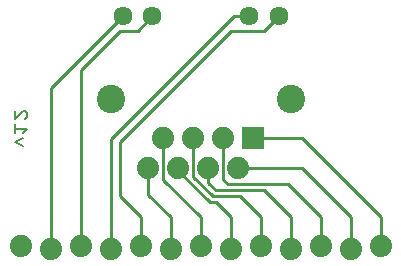
<source format=gbr>
G04 EAGLE Gerber RS-274X export*
G75*
%MOMM*%
%FSLAX34Y34*%
%LPD*%
%INBottom Copper*%
%IPPOS*%
%AMOC8*
5,1,8,0,0,1.08239X$1,22.5*%
G01*
%ADD10C,0.177800*%
%ADD11C,1.879600*%
%ADD12R,1.879600X1.879600*%
%ADD13C,2.400000*%
%ADD14C,1.609600*%
%ADD15C,0.254000*%


D10*
X14442Y98350D02*
X7493Y101824D01*
X14442Y105298D01*
X14442Y109576D02*
X17916Y113050D01*
X7493Y113050D01*
X7493Y109576D02*
X7493Y116524D01*
X7493Y120802D02*
X7493Y127751D01*
X7493Y120802D02*
X14442Y127751D01*
X16179Y127751D01*
X17916Y126014D01*
X17916Y122539D01*
X16179Y120802D01*
D11*
X12700Y13970D03*
X38100Y11430D03*
X63500Y13970D03*
X88900Y11430D03*
X114300Y13970D03*
X139700Y11430D03*
X165100Y13970D03*
X190500Y11430D03*
X215900Y13970D03*
X241300Y11430D03*
X266700Y13970D03*
X292100Y11430D03*
X317500Y13970D03*
X120650Y79550D03*
X133350Y104950D03*
X146050Y79550D03*
X171450Y79550D03*
X196850Y79550D03*
X158750Y104950D03*
X184150Y104950D03*
D12*
X209550Y104950D03*
D13*
X241300Y138400D03*
X89300Y138400D03*
D14*
X231300Y208400D03*
X99300Y208400D03*
X124300Y208400D03*
X206300Y208400D03*
D15*
X209550Y104950D02*
X250650Y104950D01*
X317500Y38100D02*
X317500Y13970D01*
X317500Y38100D02*
X250650Y104950D01*
X250650Y79550D02*
X196850Y79550D01*
X292100Y38100D02*
X292100Y11430D01*
X292100Y38100D02*
X250650Y79550D01*
X184150Y69850D02*
X184150Y104950D01*
X184150Y69850D02*
X187960Y66040D01*
X238760Y66040D01*
X266700Y38100D02*
X266700Y13970D01*
X266700Y38100D02*
X238760Y66040D01*
X171450Y67310D02*
X171450Y79550D01*
X171450Y67310D02*
X177800Y60960D01*
X218440Y60960D01*
X241300Y38100D02*
X241300Y11430D01*
X241300Y38100D02*
X218440Y60960D01*
X158750Y72390D02*
X158750Y104950D01*
X158750Y72390D02*
X175260Y55880D01*
X198120Y55880D01*
X215900Y38100D02*
X215900Y13970D01*
X215900Y38100D02*
X198120Y55880D01*
X146050Y77470D02*
X146050Y79550D01*
X146050Y77470D02*
X172720Y50800D01*
X177800Y50800D01*
X190500Y38100D02*
X190500Y11430D01*
X190500Y38100D02*
X177800Y50800D01*
X133350Y69850D02*
X133350Y104950D01*
X165100Y38100D02*
X165100Y13970D01*
X165100Y38100D02*
X133350Y69850D01*
X120650Y79550D02*
X120650Y57150D01*
X139700Y38100D02*
X139700Y11430D01*
X139700Y38100D02*
X120650Y57150D01*
X231260Y208400D02*
X231300Y208400D01*
X231260Y208400D02*
X218440Y195580D01*
X190500Y195580D01*
X96520Y101600D01*
X96520Y55880D01*
X114300Y38100D02*
X114300Y13970D01*
X114300Y38100D02*
X96520Y55880D01*
X193160Y208400D02*
X206300Y208400D01*
X193160Y208400D02*
X88900Y104140D01*
X88900Y11430D01*
X124300Y208120D02*
X124300Y208400D01*
X124300Y208120D02*
X111760Y195580D01*
X96520Y195580D01*
X63500Y162560D01*
X63500Y13970D01*
X99180Y208400D02*
X99300Y208400D01*
X99180Y208400D02*
X38100Y147320D01*
X38100Y11430D01*
M02*

</source>
